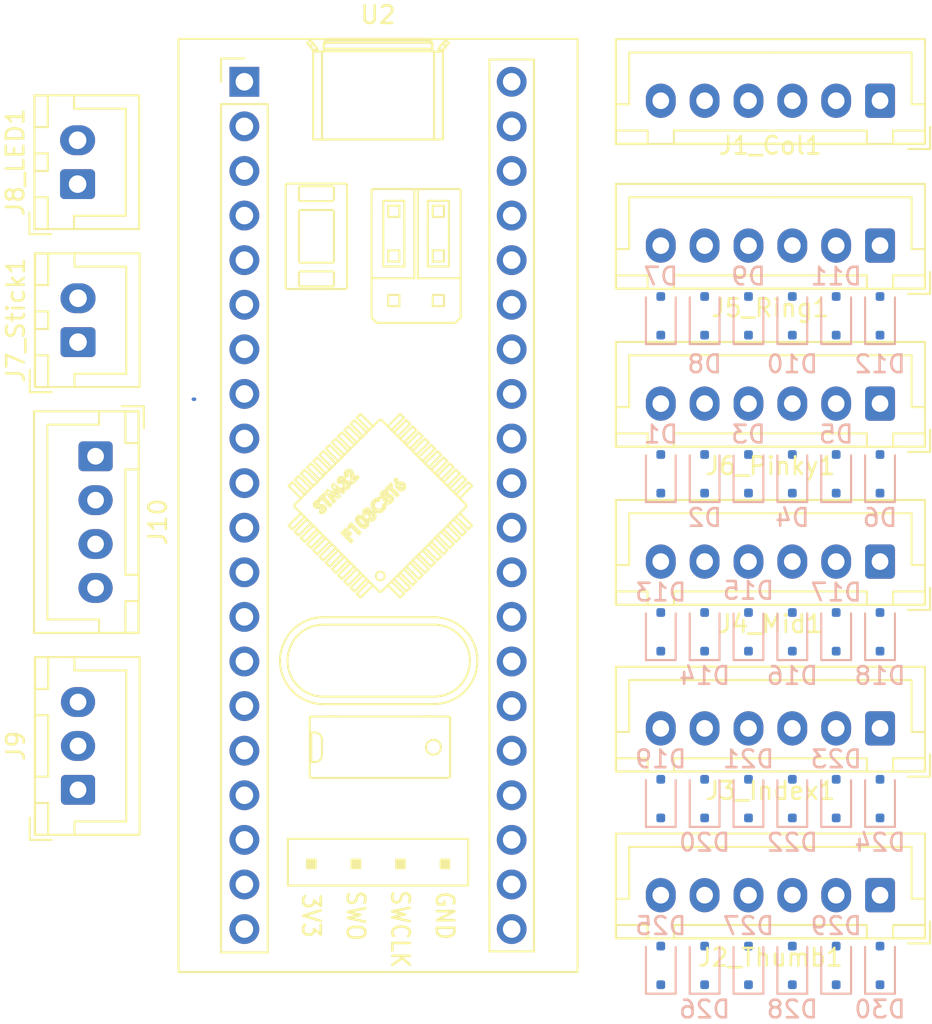
<source format=kicad_pcb>
(kicad_pcb (version 20241229) (generator "pcbnew") (generator_version "9.0")
  (layers (0 "F.Cu" signal) (2 "B.Cu" signal) (13 "F.Paste" user) (15 "B.Paste" user) (5 "F.SilkS" user "F.Silkscreen") (7 "B.SilkS" user "B.Silkscreen") (1 "F.Mask" user) (3 "B.Mask" user) (25 "Edge.Cuts" user))
  (net 0 "")
  (net 1 "+5V")
  (net 2 "GND")
  (net 3 "i2c_sda")
  (net 4 "ws2812")
  (net 5 "i2c_scl")
  (net 6 "led1")
  (net 7 "led0")
  (net 8 "row_5")
  (net 9 "row_4")
  (net 10 "row_3")
  (net 11 "row_2")
  (net 12 "row_1")
  (net 13 "row_0")
  (net 14 "col_0")
  (net 17 "col_3")
  (net 25 "col_4")
  (net 26 "+3.3V")
  (net 29 "col_2")
  (net 30 "col_1")
  (net 36 "axis_1")
  (net 37 "axis_0")
  (net 38 "Net-(D1-A)")
  (net 39 "Net-(D2-A)")
  (net 40 "Net-(D3-A)")
  (net 41 "Net-(D4-A)")
  (net 42 "Net-(D5-A)")
  (net 43 "Net-(D6-A)")
  (net 44 "Net-(D7-A)")
  (net 45 "Net-(D8-A)")
  (net 46 "Net-(D9-A)")
  (net 47 "Net-(D10-A)")
  (net 48 "Net-(D11-A)")
  (net 49 "Net-(D12-A)")
  (net 50 "Net-(D13-A)")
  (net 51 "Net-(D14-A)")
  (net 52 "Net-(D15-A)")
  (net 53 "Net-(D16-A)")
  (net 54 "Net-(D17-A)")
  (net 55 "Net-(D18-A)")
  (net 56 "Net-(D19-A)")
  (net 57 "Net-(D20-A)")
  (net 58 "Net-(D21-A)")
  (net 59 "Net-(D22-A)")
  (net 60 "Net-(D23-A)")
  (net 61 "Net-(D24-A)")
  (net 62 "Net-(D25-A)")
  (net 63 "Net-(D26-A)")
  (net 64 "Net-(D27-A)")
  (net 65 "Net-(D28-A)")
  (net 66 "Net-(D29-A)")
  (net 67 "Net-(D30-A)")
  (footprint "Connector_JST:JST_XH_B2B-XH-A_1x02_P2.50mm_Vertical" (layer "F.Cu") (at 72 48.5 90)
    (property "Reference" "J8_LED1" (at 1.25 -3.55 90) (layer "F.SilkS"))
    (property "Value" "Conn_01x02_Pin")
    (pad "1" thru_hole roundrect (at 0 0 90) (size 1.7 2) (drill 1) (layers "*.Cu" "*.Mask") (roundrect_rratio 0.147059) (net 7 "led0"))
    (pad "2" thru_hole oval (at 2.5 0 90) (size 1.7 2) (drill 1) (layers "*.Cu" "*.Mask") (net 6 "led1"))
  )
  (footprint "Connector_JST:JST_XH_B6B-XH-A_1x06_P2.50mm_Vertical" (layer "F.Cu") (at 117.75 52 180)
    (property "Reference" "J5_Ring1" (at 6.25 -3.55 0) (layer "F.SilkS"))
    (property "Value" "Conn_01x06_Pin")
    (pad "1" thru_hole roundrect (at 0 0 180) (size 1.7 1.95) (drill 0.95) (layers "*.Cu" "*.Mask") (roundrect_rratio 0.147059) (net 49 "Net-(D12-A)"))
    (pad "2" thru_hole oval (at 2.5 0 180) (size 1.7 1.95) (drill 0.95) (layers "*.Cu" "*.Mask") (net 48 "Net-(D11-A)"))
    (pad "3" thru_hole oval (at 5 0 180) (size 1.7 1.95) (drill 0.95) (layers "*.Cu" "*.Mask") (net 47 "Net-(D10-A)"))
    (pad "4" thru_hole oval (at 7.5 0 180) (size 1.7 1.95) (drill 0.95) (layers "*.Cu" "*.Mask") (net 46 "Net-(D9-A)"))
    (pad "5" thru_hole oval (at 10 0 180) (size 1.7 1.95) (drill 0.95) (layers "*.Cu" "*.Mask") (net 45 "Net-(D8-A)"))
    (pad "6" thru_hole oval (at 12.5 0 180) (size 1.7 1.95) (drill 0.95) (layers "*.Cu" "*.Mask") (net 44 "Net-(D7-A)"))
  )
  (footprint "Connector_JST:JST_XH_B4B-XH-A_1x04_P2.50mm_Vertical" (layer "F.Cu") (at 73.025 64 -90)
    (property "Reference" "J10" (at 3.75 -3.55 90) (layer "F.SilkS"))
    (property "Value" "Conn_01x04_Pin")
    (pad "1" thru_hole roundrect (at 0 0 270) (size 1.7 1.95) (drill 0.95) (layers "*.Cu" "*.Mask") (roundrect_rratio 0.147059) (net 2 "GND"))
    (pad "2" thru_hole oval (at 2.5 0 270) (size 1.7 1.95) (drill 0.95) (layers "*.Cu" "*.Mask") (net 3 "i2c_sda"))
    (pad "3" thru_hole oval (at 5 0 270) (size 1.7 1.95) (drill 0.95) (layers "*.Cu" "*.Mask") (net 5 "i2c_scl"))
    (pad "4" thru_hole oval (at 7.5 0 270) (size 1.7 1.95) (drill 0.95) (layers "*.Cu" "*.Mask") (net 26 "+3.3V"))
  )
  (footprint "Connector_JST:JST_XH_B6B-XH-A_1x06_P2.50mm_Vertical" (layer "F.Cu") (at 117.75 61 180)
    (property "Reference" "J6_Pinky1" (at 6.25 -3.55 0) (layer "F.SilkS"))
    (property "Value" "Conn_01x06_Pin")
    (pad "1" thru_hole roundrect (at 0 0 180) (size 1.7 1.95) (drill 0.95) (layers "*.Cu" "*.Mask") (roundrect_rratio 0.147059) (net 43 "Net-(D6-A)"))
    (pad "2" thru_hole oval (at 2.5 0 180) (size 1.7 1.95) (drill 0.95) (layers "*.Cu" "*.Mask") (net 42 "Net-(D5-A)"))
    (pad "3" thru_hole oval (at 5 0 180) (size 1.7 1.95) (drill 0.95) (layers "*.Cu" "*.Mask") (net 41 "Net-(D4-A)"))
    (pad "4" thru_hole oval (at 7.5 0 180) (size 1.7 1.95) (drill 0.95) (layers "*.Cu" "*.Mask") (net 40 "Net-(D3-A)"))
    (pad "5" thru_hole oval (at 10 0 180) (size 1.7 1.95) (drill 0.95) (layers "*.Cu" "*.Mask") (net 39 "Net-(D2-A)"))
    (pad "6" thru_hole oval (at 12.5 0 180) (size 1.7 1.95) (drill 0.95) (layers "*.Cu" "*.Mask") (net 38 "Net-(D1-A)"))
  )
  (footprint "Connector_JST:JST_XH_B6B-XH-A_1x06_P2.50mm_Vertical" (layer "F.Cu") (at 117.75 43.75 180)
    (property "Reference" "J1_Col1" (at 6.25 -2.55 0) (layer "F.SilkS"))
    (property "Value" "Conn_01x06_Pin")
    (pad "1" thru_hole roundrect (at 0 0 180) (size 1.7 1.95) (drill 0.95) (layers "*.Cu" "*.Mask") (roundrect_rratio 0.147059) (net 14 "col_0"))
    (pad "2" thru_hole oval (at 2.5 0 180) (size 1.7 1.95) (drill 0.95) (layers "*.Cu" "*.Mask") (net 30 "col_1"))
    (pad "3" thru_hole oval (at 5 0 180) (size 1.7 1.95) (drill 0.95) (layers "*.Cu" "*.Mask") (net 30 "col_1"))
    (pad "4" thru_hole oval (at 7.5 0 180) (size 1.7 1.95) (drill 0.95) (layers "*.Cu" "*.Mask") (net 29 "col_2"))
    (pad "5" thru_hole oval (at 10 0 180) (size 1.7 1.95) (drill 0.95) (layers "*.Cu" "*.Mask") (net 17 "col_3"))
    (pad "6" thru_hole oval (at 12.5 0 180) (size 1.7 1.95) (drill 0.95) (layers "*.Cu" "*.Mask") (net 25 "col_4"))
  )
  (footprint "Connector_JST:JST_XH_B6B-XH-A_1x06_P2.50mm_Vertical" (layer "F.Cu") (at 117.75 79.5 180)
    (property "Reference" "J3_Index1" (at 6.25 -3.55 0) (layer "F.SilkS"))
    (property "Value" "Conn_01x06_Pin")
    (pad "1" thru_hole roundrect (at 0 0 180) (size 1.7 1.95) (drill 0.95) (layers "*.Cu" "*.Mask") (roundrect_rratio 0.147059) (net 61 "Net-(D24-A)"))
    (pad "2" thru_hole oval (at 2.5 0 180) (size 1.7 1.95) (drill 0.95) (layers "*.Cu" "*.Mask") (net 60 "Net-(D23-A)"))
    (pad "3" thru_hole oval (at 5 0 180) (size 1.7 1.95) (drill 0.95) (layers "*.Cu" "*.Mask") (net 59 "Net-(D22-A)"))
    (pad "4" thru_hole oval (at 7.5 0 180) (size 1.7 1.95) (drill 0.95) (layers "*.Cu" "*.Mask") (net 58 "Net-(D21-A)"))
    (pad "5" thru_hole oval (at 10 0 180) (size 1.7 1.95) (drill 0.95) (layers "*.Cu" "*.Mask") (net 57 "Net-(D20-A)"))
    (pad "6" thru_hole oval (at 12.5 0 180) (size 1.7 1.95) (drill 0.95) (layers "*.Cu" "*.Mask") (net 56 "Net-(D19-A)"))
  )
  (footprint "Connector_JST:JST_XH_B3B-XH-A_1x03_P2.50mm_Vertical" (layer "F.Cu") (at 72.025 83 90)
    (property "Reference" "J9" (at 2.5 -3.55 90) (layer "F.SilkS"))
    (property "Value" "Conn_01x03_Pin")
    (pad "1" thru_hole roundrect (at 0 0 90) (size 1.7 1.95) (drill 0.95) (layers "*.Cu" "*.Mask") (roundrect_rratio 0.147059) (net 2 "GND"))
    (pad "2" thru_hole oval (at 2.5 0 90) (size 1.7 1.95) (drill 0.95) (layers "*.Cu" "*.Mask") (net 4 "ws2812"))
    (pad "3" thru_hole oval (at 5 0 90) (size 1.7 1.95) (drill 0.95) (layers "*.Cu" "*.Mask") (net 1 "+5V"))
  )
  (footprint "Connector_JST:JST_XH_B2B-XH-A_1x02_P2.50mm_Vertical" (layer "F.Cu") (at 72.025 57.5 90)
    (property "Reference" "J7_Stick1" (at 1.25 -3.55 90) (layer "F.SilkS"))
    (property "Value" "Conn_01x02_Pin")
    (pad "1" thru_hole roundrect (at 0 0 90) (size 1.7 2) (drill 1) (layers "*.Cu" "*.Mask") (roundrect_rratio 0.147059) (net 37 "axis_0"))
    (pad "2" thru_hole oval (at 2.5 0 90) (size 1.7 2) (drill 1) (layers "*.Cu" "*.Mask") (net 36 "axis_1"))
  )
  (footprint "STM32:YAAJ_BluePill_1" (layer "F.Cu") (at 81.51 42.67)
    (property "Reference" "U2" (at 7.62 -3.81 0) (layer "F.SilkS"))
    (property "Value" "YAAJ_BluePill" (hide yes))
    (fp_text user "GND" (at 11.43 47.498 270) (layer "F.SilkS") (effects (font (size 1 0.9))))
    (fp_text user "SWO" (at 6.35 47.498 270) (layer "F.SilkS") (effects (font (size 1 0.9))))
    (fp_text user "SWCLK" (at 8.89 48.26 270) (layer "F.SilkS") (effects (font (size 1 0.9))))
    (fp_text user "3V3" (at 3.81 47.498 270) (layer "F.SilkS") (effects (font (size 1 0.9))))
    (pad "1" thru_hole rect (at 0 0) (size 1.7 1.7) (drill 1) (layers "*.Cu" "*.Mask") (net 6 "led1"))
    (pad "2" thru_hole circle (at 0 2.54) (size 1.7 1.7) (drill 1) (layers "*.Cu" "*.Mask") (net 7 "led0"))
    (pad "3" thru_hole circle (at 0 5.08) (size 1.7 1.7) (drill 1) (layers "*.Cu" "*.Mask") (net 4 "ws2812"))
    (pad "4" thru_hole circle (at 0 7.62) (size 1.7 1.7) (drill 1) (layers "*.Cu" "*.Mask") (net 9 "row_4"))
    (pad "5" thru_hole circle (at 0 10.16) (size 1.7 1.7) (drill 1) (layers "*.Cu" "*.Mask") (net 12 "row_1"))
    (pad "6" thru_hole circle (at 0 12.7) (size 1.7 1.7) (drill 1) (layers "*.Cu" "*.Mask") (net 11 "row_2"))
    (pad "7" thru_hole circle (at 0 15.24) (size 1.7 1.7) (drill 1) (layers "*.Cu" "*.Mask") (net 10 "row_3"))
    (pad "8" thru_hole circle (at 0 17.78) (size 1.7 1.7) (drill 1) (layers "*.Cu" "*.Mask"))
    (pad "9" thru_hole circle (at 0 20.32) (size 1.7 1.7) (drill 1) (layers "*.Cu" "*.Mask"))
    (pad "10" thru_hole circle (at 0 22.86) (size 1.7 1.7) (drill 1) (layers "*.Cu" "*.Mask") (net 13 "row_0"))
    (pad "11" thru_hole circle (at 0 25.4) (size 1.7 1.7) (drill 1) (layers "*.Cu" "*.Mask") (net 8 "row_5"))
    (pad "12" thru_hole circle (at 0 27.94) (size 1.7 1.7) (drill 1) (layers "*.Cu" "*.Mask") (net 25 "col_4"))
    (pad "13" thru_hole circle (at 0 30.48) (size 1.7 1.7) (drill 1) (layers "*.Cu" "*.Mask"))
    (pad "14" thru_hole circle (at 0 33.02) (size 1.7 1.7) (drill 1) (layers "*.Cu" "*.Mask"))
    (pad "15" thru_hole circle (at 0 35.56) (size 1.7 1.7) (drill 1) (layers "*.Cu" "*.Mask"))
    (pad "16" thru_hole circle (at 0 38.1) (size 1.7 1.7) (drill 1) (layers "*.Cu" "*.Mask"))
    (pad "17" thru_hole circle (at 0 40.64) (size 1.7 1.7) (drill 1) (layers "*.Cu" "*.Mask"))
    (pad "18" thru_hole circle (at 0 43.18) (size 1.7 1.7) (drill 1) (layers "*.Cu" "*.Mask") (net 1 "+5V"))
    (pad "19" thru_hole circle (at 0 45.72) (size 1.7 1.7) (drill 1) (layers "*.Cu" "*.Mask") (net 2 "GND"))
    (pad "20" thru_hole circle (at 0 48.26) (size 1.7 1.7) (drill 1) (layers "*.Cu" "*.Mask") (net 26 "+3.3V"))
    (pad "21" thru_hole circle (at 15.24 48.26) (size 1.7 1.7) (drill 1) (layers "*.Cu" "*.Mask"))
    (pad "22" thru_hole circle (at 15.24 45.72) (size 1.7 1.7) (drill 1) (layers "*.Cu" "*.Mask"))
    (pad "23" thru_hole circle (at 15.24 43.18) (size 1.7 1.7) (drill 1) (layers "*.Cu" "*.Mask"))
    (pad "24" thru_hole circle (at 15.24 40.64) (size 1.7 1.7) (drill 1) (layers "*.Cu" "*.Mask"))
    (pad "25" thru_hole circle (at 15.24 38.1) (size 1.7 1.7) (drill 1) (layers "*.Cu" "*.Mask"))
    (pad "26" thru_hole circle (at 15.24 35.56) (size 1.7 1.7) (drill 1) (layers "*.Cu" "*.Mask"))
    (pad "27" thru_hole circle (at 15.24 33.02) (size 1.7 1.7) (drill 1) (layers "*.Cu" "*.Mask"))
    (pad "28" thru_hole circle (at 15.24 30.48) (size 1.7 1.7) (drill 1) (layers "*.Cu" "*.Mask"))
    (pad "29" thru_hole circle (at 15.24 27.94) (size 1.7 1.7) (drill 1) (layers "*.Cu" "*.Mask") (net 17 "col_3"))
    (pad "30" thru_hole circle (at 15.24 25.4) (size 1.7 1.7) (drill 1) (layers "*.Cu" "*.Mask") (net 29 "col_2"))
    (pad "31" thru_hole circle (at 15.24 22.86) (size 1.7 1.7) (drill 1) (layers "*.Cu" "*.Mask") (net 30 "col_1"))
    (pad "32" thru_hole circle (at 15.24 20.32) (size 1.7 1.7) (drill 1) (layers "*.Cu" "*.Mask") (net 14 "col_0"))
    (pad "33" thru_hole circle (at 15.24 17.78) (size 1.7 1.7) (drill 1) (layers "*.Cu" "*.Mask") (net 36 "axis_1"))
    (pad "34" thru_hole circle (at 15.24 15.24) (size 1.7 1.7) (drill 1) (layers "*.Cu" "*.Mask") (net 37 "axis_0"))
    (pad "35" thru_hole circle (at 15.24 12.7) (size 1.7 1.7) (drill 1) (layers "*.Cu" "*.Mask") (net 5 "i2c_scl"))
    (pad "36" thru_hole circle (at 15.24 10.16) (size 1.7 1.7) (drill 1) (layers "*.Cu" "*.Mask") (net 3 "i2c_sda"))
    (pad "37" thru_hole circle (at 15.24 7.62) (size 1.7 1.7) (drill 1) (layers "*.Cu" "*.Mask"))
    (pad "38" thru_hole circle (at 15.24 5.08) (size 1.7 1.7) (drill 1) (layers "*.Cu" "*.Mask") (net 26 "+3.3V"))
    (pad "39" thru_hole circle (at 15.24 2.54) (size 1.7 1.7) (drill 1) (layers "*.Cu" "*.Mask") (net 2 "GND"))
    (pad "40" thru_hole circle (at 15.24 0) (size 1.7 1.7) (drill 1) (layers "*.Cu" "*.Mask") (net 2 "GND"))
  )
  (footprint "Connector_JST:JST_XH_B6B-XH-A_1x06_P2.50mm_Vertical" (layer "F.Cu") (at 117.75 89 180)
    (property "Reference" "J2_Thumb1" (at 6.25 -3.55 0) (layer "F.SilkS"))
    (property "Value" "Conn_01x06_Pin")
    (pad "1" thru_hole roundrect (at 0 0 180) (size 1.7 1.95) (drill 0.95) (layers "*.Cu" "*.Mask") (roundrect_rratio 0.147059) (net 67 "Net-(D30-A)"))
    (pad "2" thru_hole oval (at 2.5 0 180) (size 1.7 1.95) (drill 0.95) (layers "*.Cu" "*.Mask") (net 66 "Net-(D29-A)"))
    (pad "3" thru_hole oval (at 5 0 180) (size 1.7 1.95) (drill 0.95) (layers "*.Cu" "*.Mask") (net 65 "Net-(D28-A)"))
    (pad "4" thru_hole oval (at 7.5 0 180) (size 1.7 1.95) (drill 0.95) (layers "*.Cu" "*.Mask") (net 64 "Net-(D27-A)"))
    (pad "5" thru_hole oval (at 10 0 180) (size 1.7 1.95) (drill 0.95) (layers "*.Cu" "*.Mask") (net 63 "Net-(D26-A)"))
    (pad "6" thru_hole oval (at 12.5 0 180) (size 1.7 1.95) (drill 0.95) (layers "*.Cu" "*.Mask") (net 62 "Net-(D25-A)"))
  )
  (footprint "Connector_JST:JST_XH_B6B-XH-A_1x06_P2.50mm_Vertical" (layer "F.Cu") (at 117.75 70 180)
    (property "Reference" "J4_Mid1" (at 6.25 -3.55 0) (layer "F.SilkS"))
    (property "Value" "Conn_01x06_Pin")
    (pad "1" thru_hole roundrect (at 0 0 180) (size 1.7 1.95) (drill 0.95) (layers "*.Cu" "*.Mask") (roundrect_rratio 0.147059) (net 55 "Net-(D18-A)"))
    (pad "2" thru_hole oval (at 2.5 0 180) (size 1.7 1.95) (drill 0.95) (layers "*.Cu" "*.Mask") (net 54 "Net-(D17-A)"))
    (pad "3" thru_hole oval (at 5 0 180) (size 1.7 1.95) (drill 0.95) (layers "*.Cu" "*.Mask") (net 53 "Net-(D16-A)"))
    (pad "4" thru_hole oval (at 7.5 0 180) (size 1.7 1.95) (drill 0.95) (layers "*.Cu" "*.Mask") (net 52 "Net-(D15-A)"))
    (pad "5" thru_hole oval (at 10 0 180) (size 1.7 1.95) (drill 0.95) (layers "*.Cu" "*.Mask") (net 51 "Net-(D14-A)"))
    (pad "6" thru_hole oval (at 12.5 0 180) (size 1.7 1.95) (drill 0.95) (layers "*.Cu" "*.Mask") (net 50 "Net-(D13-A)"))
  )
  (footprint "Diode_SMD:D_SOD-323F" (layer "B.Cu") (at 117.75 65 90)
    (property "Reference" "D6" (at -2.5 0 0) (layer "B.SilkS") (effects (justify mirror)))
    (property "Value" "1N4148")
    (pad "1" smd roundrect (at -1.1 0 90) (size 0.5 0.5) (layers "B.Cu" "B.Mask" "B.Paste") (net 13 "row_0"))
    (pad "2" smd roundrect (at 1.1 0 90) (size 0.5 0.5) (layers "B.Cu" "B.Mask" "B.Paste") (net 43 "Net-(D6-A)"))
  )
  (footprint "Diode_SMD:D_SOD-323F" (layer "B.Cu") (at 115.25 65 90)
    (property "Reference" "D5" (at 2.25 0 0) (layer "B.SilkS") (effects (justify mirror)))
    (property "Value" "1N4148")
    (pad "1" smd roundrect (at -1.1 0 90) (size 0.5 0.5) (layers "B.Cu" "B.Mask" "B.Paste") (net 12 "row_1"))
    (pad "2" smd roundrect (at 1.1 0 90) (size 0.5 0.5) (layers "B.Cu" "B.Mask" "B.Paste") (net 42 "Net-(D5-A)"))
  )
  (footprint "Diode_SMD:D_SOD-323F" (layer "B.Cu") (at 105.25 83.5 90)
    (property "Reference" "D19" (at 2.25 0 0) (layer "B.SilkS") (effects (justify mirror)))
    (property "Value" "1N4148")
    (pad "1" smd roundrect (at -1.1 0 90) (size 0.5 0.5) (layers "B.Cu" "B.Mask" "B.Paste") (net 8 "row_5"))
    (pad "2" smd roundrect (at 1.1 0 90) (size 0.5 0.5) (layers "B.Cu" "B.Mask" "B.Paste") (net 56 "Net-(D19-A)"))
  )
  (footprint "Diode_SMD:D_SOD-323F" (layer "B.Cu") (at 105.25 93 90)
    (property "Reference" "D25" (at 2.25 0 0) (layer "B.SilkS") (effects (justify mirror)))
    (property "Value" "1N4148")
    (pad "1" smd roundrect (at -1.1 0 90) (size 0.5 0.5) (layers "B.Cu" "B.Mask" "B.Paste") (net 8 "row_5"))
    (pad "2" smd roundrect (at 1.1 0 90) (size 0.5 0.5) (layers "B.Cu" "B.Mask" "B.Paste") (net 62 "Net-(D25-A)"))
  )
  (footprint "Diode_SMD:D_SOD-323F" (layer "B.Cu") (at 112.75 65 90)
    (property "Reference" "D4" (at -2.5 0 0) (layer "B.SilkS") (effects (justify mirror)))
    (property "Value" "1N4148")
    (pad "1" smd roundrect (at -1.1 0 90) (size 0.5 0.5) (layers "B.Cu" "B.Mask" "B.Paste") (net 11 "row_2"))
    (pad "2" smd roundrect (at 1.1 0 90) (size 0.5 0.5) (layers "B.Cu" "B.Mask" "B.Paste") (net 41 "Net-(D4-A)"))
  )
  (footprint "Diode_SMD:D_SOD-323F" (layer "B.Cu") (at 110.25 74 90)
    (property "Reference" "D15" (at 2.35 0 0) (layer "B.SilkS") (effects (justify mirror)))
    (property "Value" "1N4148")
    (pad "1" smd roundrect (at -1.1 0 90) (size 0.5 0.5) (layers "B.Cu" "B.Mask" "B.Paste") (net 10 "row_3"))
    (pad "2" smd roundrect (at 1.1 0 90) (size 0.5 0.5) (layers "B.Cu" "B.Mask" "B.Paste") (net 52 "Net-(D15-A)"))
  )
  (footprint "Diode_SMD:D_SOD-323F" (layer "B.Cu") (at 112.75 56 90)
    (property "Reference" "D10" (at -2.75 0 0) (layer "B.SilkS") (effects (justify mirror)))
    (property "Value" "1N4148")
    (pad "1" smd roundrect (at -1.1 0 90) (size 0.5 0.5) (layers "B.Cu" "B.Mask" "B.Paste") (net 11 "row_2"))
    (pad "2" smd roundrect (at 1.1 0 90) (size 0.5 0.5) (layers "B.Cu" "B.Mask" "B.Paste") (net 47 "Net-(D10-A)"))
  )
  (footprint "Diode_SMD:D_SOD-323F" (layer "B.Cu") (at 115.25 74 90)
    (property "Reference" "D17" (at 2.25 0 0) (layer "B.SilkS") (effects (justify mirror)))
    (property "Value" "1N4148")
    (pad "1" smd roundrect (at -1.1 0 90) (size 0.5 0.5) (layers "B.Cu" "B.Mask" "B.Paste") (net 12 "row_1"))
    (pad "2" smd roundrect (at 1.1 0 90) (size 0.5 0.5) (layers "B.Cu" "B.Mask" "B.Paste") (net 54 "Net-(D17-A)"))
  )
  (footprint "Diode_SMD:D_SOD-323F" (layer "B.Cu") (at 115.25 56 90)
    (property "Reference" "D11" (at 2.25 0 0) (layer "B.SilkS") (effects (justify mirror)))
    (property "Value" "1N4148")
    (pad "1" smd roundrect (at -1.1 0 90) (size 0.5 0.5) (layers "B.Cu" "B.Mask" "B.Paste") (net 12 "row_1"))
    (pad "2" smd roundrect (at 1.1 0 90) (size 0.5 0.5) (layers "B.Cu" "B.Mask" "B.Paste") (net 48 "Net-(D11-A)"))
  )
  (footprint "Diode_SMD:D_SOD-323F" (layer "B.Cu") (at 117.75 74 90)
    (property "Reference" "D18" (at -2.5 0 0) (layer "B.SilkS") (effects (justify mirror)))
    (property "Value" "1N4148")
    (pad "1" smd roundrect (at -1.1 0 90) (size 0.5 0.5) (layers "B.Cu" "B.Mask" "B.Paste") (net 13 "row_0"))
    (pad "2" smd roundrect (at 1.1 0 90) (size 0.5 0.5) (layers "B.Cu" "B.Mask" "B.Paste") (net 55 "Net-(D18-A)"))
  )
  (footprint "Diode_SMD:D_SOD-323F" (layer "B.Cu") (at 105.25 74 90)
    (property "Reference" "D13" (at 2.25 0 0) (layer "B.SilkS") (effects (justify mirror)))
    (property "Value" "1N4148")
    (pad "1" smd roundrect (at -1.1 0 90) (size 0.5 0.5) (layers "B.Cu" "B.Mask" "B.Paste") (net 8 "row_5"))
    (pad "2" smd roundrect (at 1.1 0 90) (size 0.5 0.5) (layers "B.Cu" "B.Mask" "B.Paste") (net 50 "Net-(D13-A)"))
  )
  (footprint "Diode_SMD:D_SOD-323F" (layer "B.Cu") (at 107.75 56 90)
    (property "Reference" "D8" (at -2.75 0 0) (layer "B.SilkS") (effects (justify mirror)))
    (property "Value" "1N4148")
    (pad "1" smd roundrect (at -1.1 0 90) (size 0.5 0.5) (layers "B.Cu" "B.Mask" "B.Paste") (net 9 "row_4"))
    (pad "2" smd roundrect (at 1.1 0 90) (size 0.5 0.5) (layers "B.Cu" "B.Mask" "B.Paste") (net 45 "Net-(D8-A)"))
  )
  (footprint "Diode_SMD:D_SOD-323F" (layer "B.Cu") (at 115.25 93 90)
    (property "Reference" "D29" (at 2.25 0 0) (layer "B.SilkS") (effects (justify mirror)))
    (property "Value" "1N4148")
    (pad "1" smd roundrect (at -1.1 0 90) (size 0.5 0.5) (layers "B.Cu" "B.Mask" "B.Paste") (net 12 "row_1"))
    (pad "2" smd roundrect (at 1.1 0 90) (size 0.5 0.5) (layers "B.Cu" "B.Mask" "B.Paste") (net 66 "Net-(D29-A)"))
  )
  (footprint "Diode_SMD:D_SOD-323F" (layer "B.Cu") (at 117.75 56 90)
    (property "Reference" "D12" (at -2.75 0 0) (layer "B.SilkS") (effects (justify mirror)))
    (property "Value" "1N4148")
    (pad "1" smd roundrect (at -1.1 0 90) (size 0.5 0.5) (layers "B.Cu" "B.Mask" "B.Paste") (net 13 "row_0"))
    (pad "2" smd roundrect (at 1.1 0 90) (size 0.5 0.5) (layers "B.Cu" "B.Mask" "B.Paste") (net 49 "Net-(D12-A)"))
  )
  (footprint "Diode_SMD:D_SOD-323F" (layer "B.Cu") (at 107.75 74 90)
    (property "Reference" "D14" (at -2.5 0 0) (layer "B.SilkS") (effects (justify mirror)))
    (property "Value" "1N4148")
    (pad "1" smd roundrect (at -1.1 0 90) (size 0.5 0.5) (layers "B.Cu" "B.Mask" "B.Paste") (net 9 "row_4"))
    (pad "2" smd roundrect (at 1.1 0 90) (size 0.5 0.5) (layers "B.Cu" "B.Mask" "B.Paste") (net 51 "Net-(D14-A)"))
  )
  (footprint "Diode_SMD:D_SOD-323F" (layer "B.Cu") (at 110.25 93 90)
    (property "Reference" "D27" (at 2.25 0 0) (layer "B.SilkS") (effects (justify mirror)))
    (property "Value" "1N4148")
    (pad "1" smd roundrect (at -1.1 0 90) (size 0.5 0.5) (layers "B.Cu" "B.Mask" "B.Paste") (net 10 "row_3"))
    (pad "2" smd roundrect (at 1.1 0 90) (size 0.5 0.5) (layers "B.Cu" "B.Mask" "B.Paste") (net 64 "Net-(D27-A)"))
  )
  (footprint "Diode_SMD:D_SOD-323F" (layer "B.Cu") (at 112.75 83.5 90)
    (property "Reference" "D22" (at -2.5 0 0) (layer "B.SilkS") (effects (justify mirror)))
    (property "Value" "1N4148")
    (pad "1" smd roundrect (at -1.1 0 90) (size 0.5 0.5) (layers "B.Cu" "B.Mask" "B.Paste") (net 11 "row_2"))
    (pad "2" smd roundrect (at 1.1 0 90) (size 0.5 0.5) (layers "B.Cu" "B.Mask" "B.Paste") (net 59 "Net-(D22-A)"))
  )
  (footprint "Diode_SMD:D_SOD-323F" (layer "B.Cu") (at 117.75 93 90)
    (property "Reference" "D30" (at -2.5 0 0) (layer "B.SilkS") (effects (justify mirror)))
    (property "Value" "1N4148")
    (pad "1" smd roundrect (at -1.1 0 90) (size 0.5 0.5) (layers "B.Cu" "B.Mask" "B.Paste") (net 13 "row_0"))
    (pad "2" smd roundrect (at 1.1 0 90) (size 0.5 0.5) (layers "B.Cu" "B.Mask" "B.Paste") (net 67 "Net-(D30-A)"))
  )
  (footprint "Diode_SMD:D_SOD-323F" (layer "B.Cu") (at 107.75 65 90)
    (property "Reference" "D2" (at -2.5 0 0) (layer "B.SilkS") (effects (justify mirror)))
    (property "Value" "1N4148")
    (pad "1" smd roundrect (at -1.1 0 90) (size 0.5 0.5) (layers "B.Cu" "B.Mask" "B.Paste") (net 9 "row_4"))
    (pad "2" smd roundrect (at 1.1 0 90) (size 0.5 0.5) (layers "B.Cu" "B.Mask" "B.Paste") (net 39 "Net-(D2-A)"))
  )
  (footprint "Diode_SMD:D_SOD-323F" (layer "B.Cu") (at 107.75 83.5 90)
    (property "Reference" "D20" (at -2.5 0 0) (layer "B.SilkS") (effects (justify mirror)))
    (property "Value" "1N4148")
    (pad "1" smd roundrect (at -1.1 0 90) (size 0.5 0.5) (layers "B.Cu" "B.Mask" "B.Paste") (net 9 "row_4"))
    (pad "2" smd roundrect (at 1.1 0 90) (size 0.5 0.5) (layers "B.Cu" "B.Mask" "B.Paste") (net 57 "Net-(D20-A)"))
  )
  (footprint "Diode_SMD:D_SOD-323F" (layer "B.Cu") (at 115.25 83.5 90)
    (property "Reference" "D23" (at 2.25 0 0) (layer "B.SilkS") (effects (justify mirror)))
    (property "Value" "1N4148")
    (pad "1" smd roundrect (at -1.1 0 90) (size 0.5 0.5) (layers "B.Cu" "B.Mask" "B.Paste") (net 12 "row_1"))
    (pad "2" smd roundrect (at 1.1 0 90) (size 0.5 0.5) (layers "B.Cu" "B.Mask" "B.Paste") (net 60 "Net-(D23-A)"))
  )
  (footprint "Diode_SMD:D_SOD-323F" (layer "B.Cu") (at 112.75 93 90)
    (property "Reference" "D28" (at -2.5 0 0) (layer "B.SilkS") (effects (justify mirror)))
    (property "Value" "1N4148")
    (pad "1" smd roundrect (at -1.1 0 90) (size 0.5 0.5) (layers "B.Cu" "B.Mask" "B.Paste") (net 11 "row_2"))
    (pad "2" smd roundrect (at 1.1 0 90) (size 0.5 0.5) (layers "B.Cu" "B.Mask" "B.Paste") (net 65 "Net-(D28-A)"))
  )
  (footprint "Diode_SMD:D_SOD-323F" (layer "B.Cu") (at 110.25 65 90)
    (property "Reference" "D3" (at 2.25 0 0) (layer "B.SilkS") (effects (justify mirror)))
    (property "Value" "1N4148")
    (pad "1" smd roundrect (at -1.1 0 90) (size 0.5 0.5) (layers "B.Cu" "B.Mask" "B.Paste") (net 10 "row_3"))
    (pad "2" smd roundrect (at 1.1 0 90) (size 0.5 0.5) (layers "B.Cu" "B.Mask" "B.Paste") (net 40 "Net-(D3-A)"))
  )
  (footprint "Diode_SMD:D_SOD-323F" (layer "B.Cu") (at 105.25 56 90)
    (property "Reference" "D7" (at 2.25 0 0) (layer "B.SilkS") (effects (justify mirror)))
    (property "Value" "1N4148")
    (pad "1" smd roundrect (at -1.1 0 90) (size 0.5 0.5) (layers "B.Cu" "B.Mask" "B.Paste") (net 8 "row_5"))
    (pad "2" smd roundrect (at 1.1 0 90) (size 0.5 0.5) (layers "B.Cu" "B.Mask" "B.Paste") (net 44 "Net-(D7-A)"))
  )
  (footprint "Diode_SMD:D_SOD-323F" (layer "B.Cu") (at 117.75 83.5 90)
    (property "Reference" "D24" (at -2.5 0 0) (layer "B.SilkS") (effects (justify mirror)))
    (property "Value" "1N4148")
    (pad "1" smd roundrect (at -1.1 0 90) (size 0.5 0.5) (layers "B.Cu" "B.Mask" "B.Paste") (net 13 "row_0"))
    (pad "2" smd roundrect (at 1.1 0 90) (size 0.5 0.5) (layers "B.Cu" "B.Mask" "B.Paste") (net 61 "Net-(D24-A)"))
  )
  (footprint "Diode_SMD:D_SOD-323F" (layer "B.Cu") (at 110.25 83.5 90)
    (property "Reference" "D21" (at 2.25 0 0) (layer "B.SilkS") (effects (justify mirror)))
    (property "Value" "1N4148")
    (pad "1" smd roundrect (at -1.1 0 90) (size 0.5 0.5) (layers "B.Cu" "B.Mask" "B.Paste") (net 10 "row_3"))
    (pad "2" smd roundrect (at 1.1 0 90) (size 0.5 0.5) (layers "B.Cu" "B.Mask" "B.Paste") (net 58 "Net-(D21-A)"))
  )
  (footprint "Diode_SMD:D_SOD-323F" (layer "B.Cu") (at 112.75 74 90)
    (property "Reference" "D16" (at -2.5 0 0) (layer "B.SilkS") (effects (justify mirror)))
    (property "Value" "1N4148")
    (pad "1" smd roundrect (at -1.1 0 90) (size 0.5 0.5) (layers "B.Cu" "B.Mask" "B.Paste") (net 11 "row_2"))
    (pad "2" smd roundrect (at 1.1 0 90) (size 0.5 0.5) (layers "B.Cu" "B.Mask" "B.Paste") (net 53 "Net-(D16-A)"))
  )
  (footprint "Diode_SMD:D_SOD-323F" (layer "B.Cu") (at 107.75 93 90)
    (property "Reference" "D26" (at -2.5 0 0) (layer "B.SilkS") (effects (justify mirror)))
    (property "Value" "1N4148")
    (pad "1" smd roundrect (at -1.1 0 90) (size 0.5 0.5) (layers "B.Cu" "B.Mask" "B.Paste") (net 9 "row_4"))
    (pad "2" smd roundrect (at 1.1 0 90) (size 0.5 0.5) (layers "B.Cu" "B.Mask" "B.Paste") (net 63 "Net-(D26-A)"))
  )
  (footprint "Diode_SMD:D_SOD-323F" (layer "B.Cu") (at 110.25 56 90)
    (property "Reference" "D9" (at 2.25 0 180) (layer "B.SilkS") (effects (justify mirror)))
    (property "Value" "1N4148")
    (pad "1" smd roundrect (at -1.1 0 90) (size 0.5 0.5) (layers "B.Cu" "B.Mask" "B.Paste") (net 10 "row_3"))
    (pad "2" smd roundrect (at 1.1 0 90) (size 0.5 0.5) (layers "B.Cu" "B.Mask" "B.Paste") (net 46 "Net-(D9-A)"))
  )
  (footprint "Diode_SMD:D_SOD-323F" (layer "B.Cu") (at 105.25 65 90)
    (property "Reference" "D1" (at 2.25 0 0) (layer "B.SilkS") (effects (justify mirror)))
    (property "Value" "1N4148")
    (pad "1" smd roundrect (at -1.1 0 90) (size 0.5 0.5) (layers "B.Cu" "B.Mask" "B.Paste") (net 8 "row_5"))
    (pad "2" smd roundrect (at 1.1 0 90) (size 0.5 0.5) (layers "B.Cu" "B.Mask" "B.Paste") (net 38 "Net-(D1-A)"))
  )
  (segment (start 78.6 60.75) (end 78.67 60.75) (width 0.2) (layer "B.Cu") (net 10))
)
</source>
